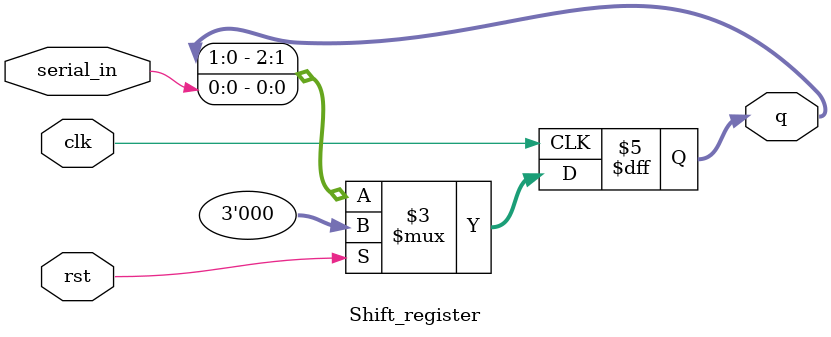
<source format=v>
module Shift_register (
    input  wire clk,     // clock input
    input  wire rst,     // synchronous reset
    input  wire serial_in, // serial data input
    output reg  [2:0] q   // 3-bit register output
);

always @(posedge clk) begin
    if (rst)
        q <= 3'b000;          // reset all bits
    else
        q <= {q[1:0], serial_in}; // shift left
end

endmodule

</source>
